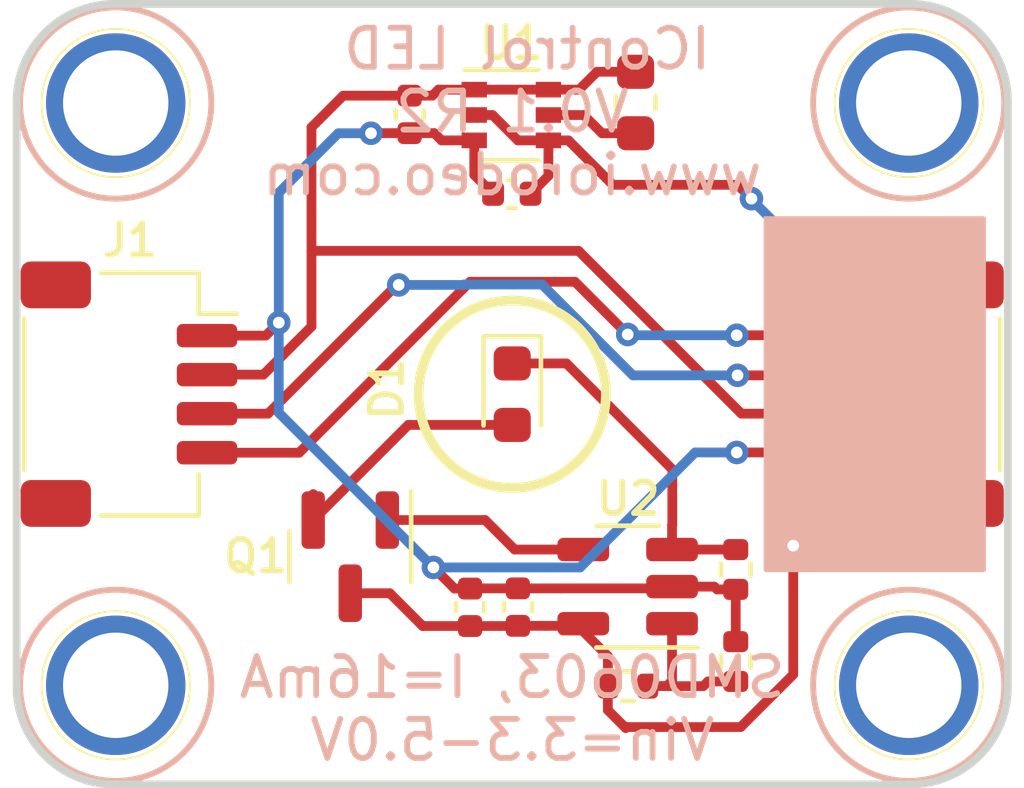
<source format=kicad_pcb>
(kicad_pcb (version 20241229) (generator "pcbnew") (generator_version "9.0")
  (layers (0 "F.Cu" signal) (2 "B.Cu" signal) (13 "F.Paste" user) (15 "B.Paste" user) (5 "F.SilkS" user "F.Silkscreen") (7 "B.SilkS" user "B.Silkscreen") (1 "F.Mask" user) (3 "B.Mask" user) (25 "Edge.Cuts" user))
  (net 0 "")
  (net 1 "GND")
  (net 2 "/VIN")
  (net 3 "/VL")
  (net 4 "/SCL")
  (net 5 "/SDA")
  (net 6 "/5V")
  (net 7 "Net-(D1-K)")
  (net 8 "Net-(D1-A)")
  (net 9 "Net-(Q1-B)")
  (net 10 "/Vset")
  (footprint "custom_mount_hole:MountingHole_2.5mm_Pad" (layer "F.Cu") (at 52.54 52.54)
    (property "Reference" "M1" (hide yes))
    (property "Value" "MountingHole_2.5mm_Pad" (hide yes))
    (fp_circle (center 0 0) (end 1.9 0) (stroke (width 0.05)) (fill no) (layer "F.SilkS"))
    (fp_circle (center 0 0) (end 2.45 0) (stroke (width 0.15)) (fill no) (layer "F.SilkS"))
    (fp_circle (center 0 0) (end 2.45 0) (stroke (width 0.15)) (fill no) (layer "B.SilkS"))
    (pad "~" thru_hole circle (at 0 0) (size 3.57 3.57) (drill 2.7) (layers "*.Cu" "*.Mask"))
  )
  (footprint "custom_mount_hole:MountingHole_2.5mm_Pad" (layer "F.Cu") (at 72.86 52.54)
    (property "Reference" "M2" (hide yes))
    (property "Value" "MountingHole_2.5mm_Pad" (hide yes))
    (fp_circle (center 0 0) (end 1.9 0) (stroke (width 0.05)) (fill no) (layer "F.SilkS"))
    (fp_circle (center 0 0) (end 2.45 0) (stroke (width 0.15)) (fill no) (layer "F.SilkS"))
    (fp_circle (center 0 0) (end 2.45 0) (stroke (width 0.15)) (fill no) (layer "B.SilkS"))
    (pad "~" thru_hole circle (at 0 0) (size 3.57 3.57) (drill 2.7) (layers "*.Cu" "*.Mask"))
  )
  (footprint "custom_mount_hole:MountingHole_2.5mm_Pad" (layer "F.Cu") (at 72.86 67.46)
    (property "Reference" "M3" (hide yes))
    (property "Value" "MountingHole_2.5mm_Pad" (hide yes))
    (fp_circle (center 0 0) (end 1.9 0) (stroke (width 0.05)) (fill no) (layer "F.SilkS"))
    (fp_circle (center 0 0) (end 2.45 0) (stroke (width 0.15)) (fill no) (layer "F.SilkS"))
    (fp_circle (center 0 0) (end 2.45 0) (stroke (width 0.15)) (fill no) (layer "B.SilkS"))
    (pad "~" thru_hole circle (at 0 0) (size 3.57 3.57) (drill 2.7) (layers "*.Cu" "*.Mask"))
  )
  (footprint "custom_mount_hole:MountingHole_2.5mm_Pad" (layer "F.Cu") (at 52.54 67.46)
    (property "Reference" "M4" (hide yes))
    (property "Value" "MountingHole_2.5mm_Pad" (hide yes))
    (fp_circle (center 0 0) (end 1.9 0) (stroke (width 0.05)) (fill no) (layer "F.SilkS"))
    (fp_circle (center 0 0) (end 2.45 0) (stroke (width 0.15)) (fill no) (layer "F.SilkS"))
    (fp_circle (center 0 0) (end 2.45 0) (stroke (width 0.15)) (fill no) (layer "B.SilkS"))
    (pad "~" thru_hole circle (at 0 0) (size 3.57 3.57) (drill 2.7) (layers "*.Cu" "*.Mask"))
  )
  (footprint "LED_SMD:LED_0603_1608Metric" (layer "F.Cu") (at 62.7 60 -90)
    (property "Reference" "D1" (at -0.1322 3.2132 90) (layer "F.SilkS") (effects (font (size 0.8 0.8))))
    (property "Value" "LED" (hide yes))
    (fp_line (start -1.485 0.735) (end 0.8 0.735) (stroke (width 0.12)) (layer "F.SilkS"))
    (fp_line (start -1.485 -0.735) (end -1.485 0.735) (stroke (width 0.12)) (layer "F.SilkS"))
    (fp_line (start 0.8 -0.735) (end -1.485 -0.735) (stroke (width 0.12)) (layer "F.SilkS"))
    (pad "1" smd roundrect (at -0.7875 0 270) (size 0.875 0.95) (layers "F.Cu" "F.Mask" "F.Paste") (net 7 "Net-(D1-K)"))
    (pad "2" smd roundrect (at 0.7875 0 270) (size 0.875 0.95) (layers "F.Cu" "F.Mask" "F.Paste") (net 8 "Net-(D1-A)"))
  )
  (footprint "JST_SH_SM04B_custom:JST_SH_SM04B-SRSS-TB_1x04-1MP_P1.00mm_Horizontal" (layer "F.Cu") (at 52.88 60 -90)
    (property "Reference" "J1" (at -3.9422 -0.0298 0) (layer "F.SilkS") (effects (font (size 0.8 0.8))))
    (property "Value" "Conn_01x04" (hide yes))
    (fp_line (start -1.94 2.685) (end 1.94 2.685) (stroke (width 0.12)) (layer "F.SilkS"))
    (fp_line (start -3.11 0.715) (end -3.11 -1.785) (stroke (width 0.12)) (layer "F.SilkS"))
    (fp_line (start 3.11 0.715) (end 3.11 -1.785) (stroke (width 0.12)) (layer "F.SilkS"))
    (fp_line (start -3.11 -1.785) (end -2.06 -1.785) (stroke (width 0.12)) (layer "F.SilkS"))
    (fp_line (start -2.06 -1.785) (end -2.06 -2.775) (stroke (width 0.12)) (layer "F.SilkS"))
    (fp_line (start 3.11 -1.785) (end 2.06 -1.785) (stroke (width 0.12)) (layer "F.SilkS"))
    (pad "1" smd roundrect (at -1.5 -2 270) (size 0.6 1.55) (layers "F.Cu" "F.Mask" "F.Paste") (net 1 "GND"))
    (pad "2" smd roundrect (at -0.5 -2 270) (size 0.6 1.55) (layers "F.Cu" "F.Mask" "F.Paste") (net 2 "/VIN"))
    (pad "3" smd roundrect (at 0.5 -2 270) (size 0.6 1.55) (layers "F.Cu" "F.Mask" "F.Paste") (net 5 "/SDA"))
    (pad "4" smd roundrect (at 1.5 -2 270) (size 0.6 1.55) (layers "F.Cu" "F.Mask" "F.Paste") (net 4 "/SCL"))
    (pad "MP" smd roundrect (at -2.8 1.875 270) (size 1.2 1.8) (layers "F.Cu" "F.Mask" "F.Paste") (roundrect_rratio 0.2083333333))
    (pad "MP" smd roundrect (at 2.8 1.875 270) (size 1.2 1.8) (layers "F.Cu" "F.Mask" "F.Paste") (roundrect_rratio 0.2083333333))
  )
  (footprint "JST_SH_SM04B_custom:JST_SH_SM04B-SRSS-TB_1x04-1MP_P1.00mm_Horizontal" (layer "F.Cu") (at 72.52 60 90)
    (property "Reference" "J2" (at 3.8152 0.0208 180) (layer "F.SilkS") (effects (font (size 0.8 0.8))))
    (property "Value" "Conn_01x04" (hide yes))
    (fp_line (start 3.11 -1.785) (end 2.06 -1.785) (stroke (width 0.12)) (layer "F.SilkS"))
    (fp_line (start -2.06 -1.785) (end -2.06 -2.775) (stroke (width 0.12)) (layer "F.SilkS"))
    (fp_line (start -3.11 -1.785) (end -2.06 -1.785) (stroke (width 0.12)) (layer "F.SilkS"))
    (fp_line (start 3.11 0.715) (end 3.11 -1.785) (stroke (width 0.12)) (layer "F.SilkS"))
    (fp_line (start -3.11 0.715) (end -3.11 -1.785) (stroke (width 0.12)) (layer "F.SilkS"))
    (fp_line (start -1.94 2.685) (end 1.94 2.685) (stroke (width 0.12)) (layer "F.SilkS"))
    (pad "1" smd roundrect (at -1.5 -2 90) (size 0.6 1.55) (layers "F.Cu" "F.Mask" "F.Paste") (net 1 "GND"))
    (pad "2" smd roundrect (at -0.5 -2 90) (size 0.6 1.55) (layers "F.Cu" "F.Mask" "F.Paste") (net 2 "/VIN"))
    (pad "3" smd roundrect (at 0.5 -2 90) (size 0.6 1.55) (layers "F.Cu" "F.Mask" "F.Paste") (net 5 "/SDA"))
    (pad "4" smd roundrect (at 1.5 -2 90) (size 0.6 1.55) (layers "F.Cu" "F.Mask" "F.Paste") (net 4 "/SCL"))
    (pad "MP" smd roundrect (at -2.8 1.875 90) (size 1.2 1.8) (layers "F.Cu" "F.Mask" "F.Paste") (roundrect_rratio 0.2083333333))
    (pad "MP" smd roundrect (at 2.8 1.875 90) (size 1.2 1.8) (layers "F.Cu" "F.Mask" "F.Paste") (roundrect_rratio 0.2083333333))
  )
  (footprint "Resistor_SMD:R_0402_1005Metric" (layer "F.Cu") (at 68.4276 64.4926 -90)
    (property "Reference" "R1" (hide yes))
    (property "Value" "10" (hide yes))
    (fp_line (start -0.153641 0.38) (end 0.153641 0.38) (stroke (width 0.12)) (layer "F.SilkS"))
    (fp_line (start -0.153641 -0.38) (end 0.153641 -0.38) (stroke (width 0.12)) (layer "F.SilkS"))
    (pad "1" smd roundrect (at -0.51 0 270) (size 0.54 0.64) (layers "F.Cu" "F.Mask" "F.Paste") (net 7 "Net-(D1-K)"))
    (pad "2" smd roundrect (at 0.51 0 270) (size 0.54 0.64) (layers "F.Cu" "F.Mask" "F.Paste") (net 1 "GND"))
  )
  (footprint "Package_TO_SOT_SMD:SOT-23-5" (layer "F.Cu") (at 65.6577 64.931 180)
    (property "Reference" "U2" (at -0.0125 2.25 0) (layer "F.SilkS") (effects (font (size 0.8 0.8) (thickness 0.15) (bold yes))))
    (property "Value" "LMV321")
    (fp_line (start 0 1.56) (end 0.8 1.56) (stroke (width 0.12)) (layer "F.SilkS"))
    (fp_line (start 0 1.56) (end -0.8 1.56) (stroke (width 0.12)) (layer "F.SilkS"))
    (fp_line (start 0 -1.56) (end 0.8 -1.56) (stroke (width 0.12)) (layer "F.SilkS"))
    (fp_line (start 0 -1.56) (end -1.8 -1.56) (stroke (width 0.12)) (layer "F.SilkS"))
    (pad "1" smd roundrect (at -1.1375 -0.95 180) (size 1.325 0.6) (layers "F.Cu" "F.Mask" "F.Paste") (net 10 "/Vset"))
    (pad "2" smd roundrect (at -1.1375 0 180) (size 1.325 0.6) (layers "F.Cu" "F.Mask" "F.Paste") (net 1 "GND"))
    (pad "3" smd roundrect (at -1.1375 0.95 180) (size 1.325 0.6) (layers "F.Cu" "F.Mask" "F.Paste") (net 7 "Net-(D1-K)"))
    (pad "4" smd roundrect (at 1.1375 0.95 180) (size 1.325 0.6) (layers "F.Cu" "F.Mask" "F.Paste") (net 9 "Net-(Q1-B)"))
    (pad "5" smd roundrect (at 1.1375 -0.95 180) (size 1.325 0.6) (layers "F.Cu" "F.Mask" "F.Paste") (net 6 "/5V"))
  )
  (footprint "Capacitor_SMD:C_0402_1005Metric" (layer "F.Cu") (at 62.8452 65.456 90)
    (property "Reference" "C3" (hide yes))
    (property "Value" "0.1uF" (hide yes))
    (fp_line (start -0.107836 -0.36) (end 0.107836 -0.36) (stroke (width 0.12)) (layer "F.SilkS"))
    (fp_line (start -0.107836 0.36) (end 0.107836 0.36) (stroke (width 0.12)) (layer "F.SilkS"))
    (pad "1" smd roundrect (at -0.48 0 90) (size 0.56 0.62) (layers "F.Cu" "F.Mask" "F.Paste") (net 6 "/5V"))
    (pad "2" smd roundrect (at 0.48 0 90) (size 0.56 0.62) (layers "F.Cu" "F.Mask" "F.Paste") (net 1 "GND"))
  )
  (footprint "Resistor_SMD:R_0402_1005Metric" (layer "F.Cu") (at 68.4276 66.8508 90)
    (property "Reference" "R3" (hide yes))
    (property "Value" "1k" (hide yes))
    (fp_line (start -0.153641 -0.38) (end 0.153641 -0.38) (stroke (width 0.12)) (layer "F.SilkS"))
    (fp_line (start -0.153641 0.38) (end 0.153641 0.38) (stroke (width 0.12)) (layer "F.SilkS"))
    (pad "1" smd roundrect (at -0.51 0 90) (size 0.54 0.64) (layers "F.Cu" "F.Mask" "F.Paste") (net 10 "/Vset"))
    (pad "2" smd roundrect (at 0.51 0 90) (size 0.54 0.64) (layers "F.Cu" "F.Mask" "F.Paste") (net 1 "GND"))
  )
  (footprint "Inductor_SMD:L_0603_1608Metric" (layer "F.Cu") (at 65.8622 52.5272 -90)
    (property "Reference" "L1" (hide yes))
    (property "Value" "4.7uF" (hide yes))
    (fp_line (start -0.162779 0.51) (end 0.162779 0.51) (stroke (width 0.12)) (layer "F.SilkS"))
    (fp_line (start -0.162779 -0.51) (end 0.162779 -0.51) (stroke (width 0.12)) (layer "F.SilkS"))
    (pad "1" smd roundrect (at -0.7875 0 270) (size 0.875 0.95) (layers "F.Cu" "F.Mask" "F.Paste") (net 2 "/VIN"))
    (pad "2" smd roundrect (at 0.7875 0 270) (size 0.875 0.95) (layers "F.Cu" "F.Mask" "F.Paste") (net 3 "/VL"))
  )
  (footprint "Resistor_SMD:R_0402_1005Metric" (layer "F.Cu") (at 65.6602 67.481)
    (property "Reference" "R2" (hide yes))
    (property "Value" "30k" (hide yes))
    (fp_line (start -0.153641 -0.38) (end 0.153641 -0.38) (stroke (width 0.12)) (layer "F.SilkS"))
    (fp_line (start -0.153641 0.38) (end 0.153641 0.38) (stroke (width 0.12)) (layer "F.SilkS"))
    (pad "1" smd roundrect (at -0.51 0) (size 0.54 0.64) (layers "F.Cu" "F.Mask" "F.Paste") (net 6 "/5V"))
    (pad "2" smd roundrect (at 0.51 0) (size 0.54 0.64) (layers "F.Cu" "F.Mask" "F.Paste") (net 10 "/Vset"))
  )
  (footprint "Capacitor_SMD:C_0402_1005Metric" (layer "F.Cu") (at 60.071 52.832 90)
    (property "Reference" "C1" (hide yes))
    (property "Value" "10uF" (hide yes))
    (fp_line (start -0.107836 -0.36) (end 0.107836 -0.36) (stroke (width 0.12)) (layer "F.SilkS"))
    (fp_line (start -0.107836 0.36) (end 0.107836 0.36) (stroke (width 0.12)) (layer "F.SilkS"))
    (pad "1" smd roundrect (at -0.48 0 90) (size 0.56 0.62) (layers "F.Cu" "F.Mask" "F.Paste") (net 1 "GND"))
    (pad "2" smd roundrect (at 0.48 0 90) (size 0.56 0.62) (layers "F.Cu" "F.Mask" "F.Paste") (net 2 "/VIN"))
  )
  (footprint "Package_TO_SOT_SMD:SOT-363_SC-70-6" (layer "F.Cu") (at 62.677 52.847)
    (property "Reference" "U1" (at 0 -1.8438 0) (layer "F.SilkS") (effects (font (size 0.8 0.8))))
    (property "Value" "TPS61222DCK" (hide yes))
    (fp_line (start -0.7 1.16) (end 0.7 1.16) (stroke (width 0.12)) (layer "F.SilkS"))
    (fp_line (start 0.7 -1.16) (end -1.2 -1.16) (stroke (width 0.12)) (layer "F.SilkS"))
    (pad "1" smd rect (at -0.95 -0.65) (size 0.65 0.4) (layers "F.Cu" "F.Mask" "F.Paste") (net 2 "/VIN"))
    (pad "2" smd rect (at -0.95 0) (size 0.65 0.4) (layers "F.Cu" "F.Mask" "F.Paste") (net 6 "/5V"))
    (pad "3" smd rect (at -0.95 0.65) (size 0.65 0.4) (layers "F.Cu" "F.Mask" "F.Paste") (net 1 "GND"))
    (pad "4" smd rect (at 0.95 0.65) (size 0.65 0.4) (layers "F.Cu" "F.Mask" "F.Paste") (net 6 "/5V"))
    (pad "5" smd rect (at 0.95 0) (size 0.65 0.4) (layers "F.Cu" "F.Mask" "F.Paste") (net 3 "/VL"))
    (pad "6" smd rect (at 0.95 -0.65) (size 0.65 0.4) (layers "F.Cu" "F.Mask" "F.Paste") (net 2 "/VIN"))
  )
  (footprint "Capacitor_SMD:C_0402_1005Metric" (layer "F.Cu") (at 61.6202 65.461 90)
    (property "Reference" "C4" (hide yes))
    (property "Value" "10uF" (hide yes))
    (fp_line (start -0.107836 -0.36) (end 0.107836 -0.36) (stroke (width 0.12)) (layer "F.SilkS"))
    (fp_line (start -0.107836 0.36) (end 0.107836 0.36) (stroke (width 0.12)) (layer "F.SilkS"))
    (pad "1" smd roundrect (at -0.48 0 90) (size 0.56 0.62) (layers "F.Cu" "F.Mask" "F.Paste") (net 6 "/5V"))
    (pad "2" smd roundrect (at 0.48 0 90) (size 0.56 0.62) (layers "F.Cu" "F.Mask" "F.Paste") (net 1 "GND"))
  )
  (footprint "Package_TO_SOT_SMD:SOT-23" (layer "F.Cu") (at 58.55 64.1625 -90)
    (property "Reference" "Q1" (at -0.0125 2.425 180) (layer "F.SilkS") (effects (font (size 0.8 0.8) (thickness 0.15) (bold yes))))
    (property "Value" "MMBT5551L" (hide yes))
    (fp_line (start 0 1.56) (end -0.65 1.56) (stroke (width 0.12)) (layer "F.SilkS"))
    (fp_line (start 0 1.56) (end 0.65 1.56) (stroke (width 0.12)) (layer "F.SilkS"))
    (fp_line (start 0 -1.56) (end -1.675 -1.56) (stroke (width 0.12)) (layer "F.SilkS"))
    (fp_line (start 0 -1.56) (end 0.65 -1.56) (stroke (width 0.12)) (layer "F.SilkS"))
    (pad "1" smd roundrect (at -0.9375 -0.95 270) (size 1.475 0.6) (layers "F.Cu" "F.Mask" "F.Paste") (net 9 "Net-(Q1-B)"))
    (pad "2" smd roundrect (at -0.9375 0.95 270) (size 1.475 0.6) (layers "F.Cu" "F.Mask" "F.Paste") (net 8 "Net-(D1-A)"))
    (pad "3" smd roundrect (at 0.9375 0 270) (size 1.475 0.6) (layers "F.Cu" "F.Mask" "F.Paste") (net 6 "/5V"))
  )
  (footprint "Capacitor_SMD:C_0402_1005Metric" (layer "F.Cu") (at 62.6898 54.864)
    (property "Reference" "C2" (hide yes))
    (property "Value" "10uF" (hide yes))
    (fp_line (start -0.107836 -0.36) (end 0.107836 -0.36) (stroke (width 0.12)) (layer "F.SilkS"))
    (fp_line (start -0.107836 0.36) (end 0.107836 0.36) (stroke (width 0.12)) (layer "F.SilkS"))
    (pad "1" smd roundrect (at -0.48 0) (size 0.56 0.62) (layers "F.Cu" "F.Mask" "F.Paste") (net 1 "GND"))
    (pad "2" smd roundrect (at 0.48 0) (size 0.56 0.62) (layers "F.Cu" "F.Mask" "F.Paste") (net 6 "/5V"))
  )
  (gr_circle (center 62.7 60) (end 65.1 60) (stroke (width 0.25)) (fill no) (layer "F.SilkS"))
  (gr_rect (start 69.2023 55.5) (end 74.7776 64.5) (stroke (width 0.12)) (fill yes) (layer "B.SilkS"))
  (gr_arc (start 72.9 50) (mid 74.667767 50.732233) (end 75.4 52.5) (stroke (width 0.2)) (layer "Edge.Cuts"))
  (gr_arc (start 52.5 70) (mid 50.732233 69.267767) (end 50 67.5) (stroke (width 0.2)) (layer "Edge.Cuts"))
  (gr_line (start 52.5 50) (end 72.9 50) (stroke (width 0.2)) (layer "Edge.Cuts"))
  (gr_arc (start 50 52.5) (mid 50.732233 50.732233) (end 52.5 50) (stroke (width 0.2)) (layer "Edge.Cuts"))
  (gr_arc (start 75.4 67.5) (mid 74.667767 69.267767) (end 72.9 70) (stroke (width 0.2)) (layer "Edge.Cuts"))
  (gr_line (start 50 52.5) (end 50 67.5) (stroke (width 0.2)) (layer "Edge.Cuts"))
  (gr_line (start 52.5 70) (end 72.9 70) (stroke (width 0.2)) (layer "Edge.Cuts"))
  (gr_line (start 75.4 52.5) (end 75.4 67.5) (stroke (width 0.2)) (layer "Edge.Cuts"))
  (gr_text "IControl LED \nV0.1 R2\nwww.iorodeo.com\n\n\n\n\n\n\n\nSMD0603, I=16mA\nVin=3.3-5.0V" (at 62.7 60.01 0) (layer "B.SilkS") (effects (font (size 1 1)) (justify mirror)))
  (segment (start 61.2218 64.981) (end 60.6806 64.4398) (width 0.25) (layer "F.Cu") (net 1))
  (segment (start 68.4276 65.0026) (end 68.4276 66.3408) (width 0.25) (layer "F.Cu") (net 1))
  (segment (start 60.071 53.312) (end 60.7034 53.312) (width 0.25) (layer "F.Cu") (net 1))
  (segment (start 60.7034 53.312) (end 60.8884 53.497) (width 0.25) (layer "F.Cu") (net 1))
  (segment (start 62.8452 64.976) (end 61.6252 64.976) (width 0.25) (layer "F.Cu") (net 1))
  (segment (start 68.4276 65.0026) (end 67.949 65.0026) (width 0.25) (layer "F.Cu") (net 1))
  (segment (start 70.3134 61.4934) (end 70.32 61.5) (width 0.25) (layer "F.Cu") (net 1))
  (segment (start 62.8452 64.976) (end 63.9452 64.976) (width 0.25) (layer "F.Cu") (net 1))
  (segment (start 67.949 65.0026) (end 67.8774 64.931) (width 0.25) (layer "F.Cu") (net 1))
  (segment (start 68.453 61.4934) (end 70.4134 61.4934) (width 0.25) (layer "F.Cu") (net 1))
  (segment (start 59.083 53.312) (end 59.0804 53.3146) (width 0.25) (layer "F.Cu") (net 1))
  (segment (start 56.3842 58.5) (end 54.98 58.5) (width 0.25) (layer "F.Cu") (net 1))
  (segment (start 70.4134 61.4934) (end 70.42 61.5) (width 0.25) (layer "F.Cu") (net 1))
  (segment (start 56.3842 58.5) (end 56.7182 58.166) (width 0.25) (layer "F.Cu") (net 1))
  (segment (start 70.7684 61.4934) (end 70.775 61.5) (width 0.25) (layer "F.Cu") (net 1))
  (segment (start 70.3634 61.4934) (end 70.37 61.5) (width 0.25) (layer "F.Cu") (net 1))
  (segment (start 61.727 54.3812) (end 62.2098 54.864) (width 0.25) (layer "F.Cu") (net 1))
  (segment (start 61.6202 64.981) (end 61.2218 64.981) (width 0.25) (layer "F.Cu") (net 1))
  (segment (start 66.7502 64.976) (end 66.7952 64.931) (width 0.25) (layer "F.Cu") (net 1))
  (segment (start 60.8884 53.497) (end 61.727 53.497) (width 0.25) (layer "F.Cu") (net 1))
  (segment (start 67.8774 64.931) (end 66.7952 64.931) (width 0.25) (layer "F.Cu") (net 1))
  (segment (start 60.071 53.312) (end 59.083 53.312) (width 0.25) (layer "F.Cu") (net 1))
  (segment (start 61.727 53.497) (end 61.727 54.3812) (width 0.25) (layer "F.Cu") (net 1))
  (segment (start 63.9452 64.976) (end 66.7502 64.976) (width 0.25) (layer "F.Cu") (net 1))
  (segment (start 61.6252 64.976) (end 61.6202 64.981) (width 0.25) (layer "F.Cu") (net 1))
  (via (at 60.6806 64.4398) (size 0.6) (drill 0.3) (layers "F.Cu" "B.Cu") (net 1))
  (via (at 56.7182 58.166) (size 0.6) (drill 0.3) (layers "F.Cu" "B.Cu") (net 1))
  (via (at 59.0804 53.3146) (size 0.6) (drill 0.3) (layers "F.Cu" "B.Cu") (net 1))
  (via (at 68.453 61.4934) (size 0.6) (drill 0.3) (layers "F.Cu" "B.Cu") (net 1))
  (segment (start 67.3862 61.4934) (end 68.453 61.4934) (width 0.25) (layer "B.Cu") (net 1))
  (segment (start 56.7182 54.8386) (end 58.2422 53.3146) (width 0.25) (layer "B.Cu") (net 1))
  (segment (start 60.6806 64.4398) (end 64.4398 64.4398) (width 0.25) (layer "B.Cu") (net 1))
  (segment (start 64.4398 64.4398) (end 67.3862 61.4934) (width 0.25) (layer "B.Cu") (net 1))
  (segment (start 56.7182 60.4774) (end 60.6806 64.4398) (width 0.25) (layer "B.Cu") (net 1))
  (segment (start 58.2422 53.3146) (end 59.0804 53.3146) (width 0.25) (layer "B.Cu") (net 1))
  (segment (start 56.7182 58.166) (end 56.7182 54.8386) (width 0.25) (layer "B.Cu") (net 1))
  (segment (start 56.7182 58.166) (end 56.7182 60.4774) (width 0.25) (layer "B.Cu") (net 1))
  (segment (start 60.6526 52.352) (end 60.8076 52.197) (width 0.25) (layer "F.Cu") (net 2))
  (segment (start 60.071 52.352) (end 60.6526 52.352) (width 0.25) (layer "F.Cu") (net 2))
  (segment (start 57.5564 53.1622) (end 58.3666 52.352) (width 0.25) (layer "F.Cu") (net 2))
  (segment (start 56.324 59.5) (end 57.5564 58.2676) (width 0.25) (layer "F.Cu") (net 2))
  (segment (start 64.8717 51.7397) (end 65.8622 51.7397) (width 0.25) (layer "F.Cu") (net 2))
  (segment (start 64.4144 52.197) (end 64.8717 51.7397) (width 0.25) (layer "F.Cu") (net 2))
  (segment (start 57.5564 56.3372) (end 57.5564 53.1622) (width 0.25) (layer "F.Cu") (net 2))
  (segment (start 57.5661 56.3275) (end 64.399584 56.3275) (width 0.25) (layer "F.Cu") (net 2))
  (segment (start 57.5564 58.2676) (end 57.5564 56.3372) (width 0.25) (layer "F.Cu") (net 2))
  (segment (start 63.627 52.197) (end 64.4144 52.197) (width 0.25) (layer "F.Cu") (net 2))
  (segment (start 57.5564 56.3372) (end 57.5661 56.3275) (width 0.25) (layer "F.Cu") (net 2))
  (segment (start 56.324 59.5) (end 54.98 59.5) (width 0.25) (layer "F.Cu") (net 2))
  (segment (start 58.3666 52.352) (end 60.071 52.352) (width 0.25) (layer "F.Cu") (net 2))
  (segment (start 64.399584 56.3275) (end 68.572084 60.5) (width 0.25) (layer "F.Cu") (net 2))
  (segment (start 68.572084 60.5) (end 70.42 60.5) (width 0.25) (layer "F.Cu") (net 2))
  (segment (start 61.727 52.197) (end 63.627 52.197) (width 0.25) (layer "F.Cu") (net 2))
  (segment (start 60.8076 52.197) (end 61.727 52.197) (width 0.25) (layer "F.Cu") (net 2))
  (segment (start 64.531 52.847) (end 63.627 52.847) (width 0.25) (layer "F.Cu") (net 3))
  (segment (start 65.8622 53.3147) (end 64.9987 53.3147) (width 0.25) (layer "F.Cu") (net 3))
  (segment (start 64.9987 53.3147) (end 64.531 52.847) (width 0.25) (layer "F.Cu") (net 3))
  (segment (start 57.24 61.5) (end 54.98 61.5) (width 0.25) (layer "F.Cu") (net 4))
  (segment (start 61.62 57.12) (end 57.24 61.5) (width 0.25) (layer "F.Cu") (net 4))
  (segment (start 68.453 58.49) (end 70.41 58.49) (width 0.25) (layer "F.Cu") (net 4))
  (segment (start 70.36 58.49) (end 70.37 58.5) (width 0.25) (layer "F.Cu") (net 4))
  (segment (start 70.41 58.49) (end 70.42 58.5) (width 0.25) (layer "F.Cu") (net 4))
  (segment (start 65.659 58.4708) (end 64.3082 57.12) (width 0.25) (layer "F.Cu") (net 4))
  (segment (start 70.31 58.49) (end 70.32 58.5) (width 0.25) (layer "F.Cu") (net 4))
  (segment (start 64.3082 57.12) (end 61.62 57.12) (width 0.25) (layer "F.Cu") (net 4))
  (via (at 68.453 58.49) (size 0.6) (drill 0.3) (layers "F.Cu" "B.Cu") (net 4))
  (via (at 65.659 58.4708) (size 0.6) (drill 0.3) (layers "F.Cu" "B.Cu") (net 4))
  (segment (start 68.453 58.49) (end 65.6782 58.49) (width 0.25) (layer "B.Cu") (net 4))
  (segment (start 65.6782 58.49) (end 65.659 58.4708) (width 0.25) (layer "B.Cu") (net 4))
  (segment (start 59.7916 57.2008) (end 59.7408 57.2008) (width 0.25) (layer "F.Cu") (net 5))
  (segment (start 68.472931 59.517669) (end 70.402331 59.517669) (width 0.25) (layer "F.Cu") (net 5))
  (segment (start 68.472931 59.517669) (end 68.4906 59.5) (width 0.25) (layer "F.Cu") (net 5))
  (segment (start 70.402331 59.517669) (end 70.42 59.5) (width 0.25) (layer "F.Cu") (net 5))
  (segment (start 59.7408 57.2008) (end 56.4416 60.5) (width 0.25) (layer "F.Cu") (net 5))
  (segment (start 56.4416 60.5) (end 54.98 60.5) (width 0.25) (layer "F.Cu") (net 5))
  (segment (start 68.472931 59.517669) (end 68.455262 59.5) (width 0.25) (layer "F.Cu") (net 5))
  (segment (start 70.352331 59.517669) (end 70.37 59.5) (width 0.25) (layer "F.Cu") (net 5))
  (via (at 59.7916 57.2008) (size 0.6) (drill 0.3) (layers "F.Cu" "B.Cu") (net 5))
  (via (at 68.472931 59.517669) (size 0.6) (drill 0.3) (layers "F.Cu" "B.Cu") (net 5))
  (segment (start 61.4492 57.2008) (end 59.7916 57.2008) (width 0.25) (layer "B.Cu") (net 5))
  (segment (start 68.472931 59.517669) (end 65.791469 59.517669) (width 0.25) (layer "B.Cu") (net 5))
  (segment (start 65.791469 59.517669) (end 63.4638 57.19) (width 0.25) (layer "B.Cu") (net 5))
  (segment (start 61.46 57.19) (end 61.4492 57.2008) (width 0.25) (layer "B.Cu") (net 5))
  (segment (start 63.4638 57.19) (end 61.46 57.19) (width 0.25) (layer "B.Cu") (net 5))
  (segment (start 63.627 54.4068) (end 63.1698 54.864) (width 0.25) (layer "F.Cu") (net 6))
  (segment (start 64.5202 65.881) (end 64.5202 66.081) (width 0.25) (layer "F.Cu") (net 6))
  (segment (start 62.8402 65.941) (end 62.8452 65.936) (width 0.25) (layer "F.Cu") (net 6))
  (segment (start 63.5452 65.936) (end 64.4652 65.936) (width 0.25) (layer "F.Cu") (net 6))
  (segment (start 61.6202 65.941) (end 60.4038 65.941) (width 0.25) (layer "F.Cu") (net 6))
  (segment (start 65.6082 68.5546) (end 65.1502 68.0966) (width 0.25) (layer "F.Cu") (net 6))
  (segment (start 58.55 65.1) (end 58.55 65.5858) (width 0.25) (layer "F.Cu") (net 6))
  (segment (start 62.8452 65.936) (end 63.5452 65.936) (width 0.25) (layer "F.Cu") (net 6))
  (segment (start 61.727 52.847) (end 62.1942 52.847) (width 0.25) (layer "F.Cu") (net 6))
  (segment (start 68.5546 68.5292) (end 65.6336 68.5292) (width 0.25) (layer "F.Cu") (net 6))
  (segment (start 65.1502 66.711) (end 65.1502 67.481) (width 0.25) (layer "F.Cu") (net 6))
  (segment (start 68.4754 54.6354) (end 68.83 54.99) (width 0.25) (layer "F.Cu") (net 6))
  (segment (start 63.627 53.497) (end 64.1396 53.497) (width 0.25) (layer "F.Cu") (net 6))
  (segment (start 65.278 54.6354) (end 68.4754 54.6354) (width 0.25) (layer "F.Cu") (net 6))
  (segment (start 62.1942 52.847) (end 62.8442 53.497) (width 0.25) (layer "F.Cu") (net 6))
  (segment (start 64.5202 66.081) (end 65.1502 66.711) (width 0.25) (layer "F.Cu") (net 6))
  (segment (start 61.6202 65.941) (end 62.8402 65.941) (width 0.25) (layer "F.Cu") (net 6))
  (segment (start 59.5628 65.1) (end 58.55 65.1) (width 0.25) (layer "F.Cu") (net 6))
  (segment (start 65.6336 68.5292) (end 65.6082 68.5546) (width 0.25) (layer "F.Cu") (net 6))
  (segment (start 63.627 53.497) (end 63.627 54.4068) (width 0.25) (layer "F.Cu") (net 6))
  (segment (start 64.1396 53.497) (end 65.278 54.6354) (width 0.25) (layer "F.Cu") (net 6))
  (segment (start 69.9008 67.183) (end 68.5546 68.5292) (width 0.25) (layer "F.Cu") (net 6))
  (segment (start 60.4038 65.941) (end 59.5628 65.1) (width 0.25) (layer "F.Cu") (net 6))
  (segment (start 69.9008 63.881) (end 69.9008 67.183) (width 0.25) (layer "F.Cu") (net 6))
  (segment (start 62.8442 53.497) (end 63.627 53.497) (width 0.25) (layer "F.Cu") (net 6))
  (segment (start 65.1502 68.0966) (end 65.1502 67.481) (width 0.25) (layer "F.Cu") (net 6))
  (segment (start 64.4652 65.936) (end 64.5202 65.881) (width 0.25) (layer "F.Cu") (net 6))
  (via (at 69.9008 63.881) (size 0.6) (drill 0.3) (layers "F.Cu" "B.Cu") (net 6))
  (via (at 68.83 54.99) (size 0.6) (drill 0.3) (layers "F.Cu" "B.Cu") (net 6))
  (segment (start 69.9008 56.0832) (end 68.83 55.0124) (width 0.25) (layer "B.Cu") (net 6))
  (segment (start 68.83 55.0124) (end 68.83 54.99) (width 0.25) (layer "B.Cu") (net 6))
  (segment (start 69.9008 63.881) (end 69.9008 56.0832) (width 0.25) (layer "B.Cu") (net 6))
  (segment (start 68.426 63.981) (end 68.4276 63.9826) (width 0.25) (layer "F.Cu") (net 7))
  (segment (start 66.802 61.9252) (end 66.802 63.3476) (width 0.25) (layer "F.Cu") (net 7))
  (segment (start 62.7 59.2125) (end 64.0893 59.2125) (width 0.25) (layer "F.Cu") (net 7))
  (segment (start 66.7952 63.981) (end 68.426 63.981) (width 0.25) (layer "F.Cu") (net 7))
  (segment (start 64.0893 59.2125) (end 66.802 61.9252) (width 0.25) (layer "F.Cu") (net 7))
  (segment (start 66.7952 63.3544) (end 66.7952 63.981) (width 0.25) (layer "F.Cu") (net 7))
  (segment (start 66.802 63.3476) (end 66.7952 63.3544) (width 0.25) (layer "F.Cu") (net 7))
  (segment (start 60.0375 60.7875) (end 62.7 60.7875) (width 0.25) (layer "F.Cu") (net 8))
  (segment (start 57.6 63.225) (end 57.6 62.56) (width 0.25) (layer "F.Cu") (net 8))
  (segment (start 57.6 63.225) (end 60.0375 60.7875) (width 0.25) (layer "F.Cu") (net 8))
  (segment (start 62.0058 63.225) (end 59.5 63.225) (width 0.25) (layer "F.Cu") (net 9))
  (segment (start 59.545 63.18) (end 59.5 63.225) (width 0.25) (layer "F.Cu") (net 9))
  (segment (start 64.5202 63.981) (end 62.7618 63.981) (width 0.25) (layer "F.Cu") (net 9))
  (segment (start 62.7618 63.981) (end 62.0058 63.225) (width 0.25) (layer "F.Cu") (net 9))
  (segment (start 66.7952 67.346) (end 66.6602 67.481) (width 0.25) (layer "F.Cu") (net 10))
  (segment (start 67.7164 67.3608) (end 68.4276 67.3608) (width 0.25) (layer "F.Cu") (net 10))
  (segment (start 66.7952 65.881) (end 66.7952 67.196) (width 0.25) (layer "F.Cu") (net 10))
  (segment (start 66.5226 67.481) (end 67.5962 67.481) (width 0.25) (layer "F.Cu") (net 10))
  (segment (start 66.5226 67.481) (end 66.1702 67.481) (width 0.25) (layer "F.Cu") (net 10))
  (segment (start 66.7952 67.196) (end 66.7952 67.346) (width 0.25) (layer "F.Cu") (net 10))
  (segment (start 66.6602 67.481) (end 66.5226 67.481) (width 0.25) (layer "F.Cu") (net 10))
  (segment (start 67.5962 67.481) (end 67.7164 67.3608) (width 0.25) (layer "F.Cu") (net 10))
)
</source>
